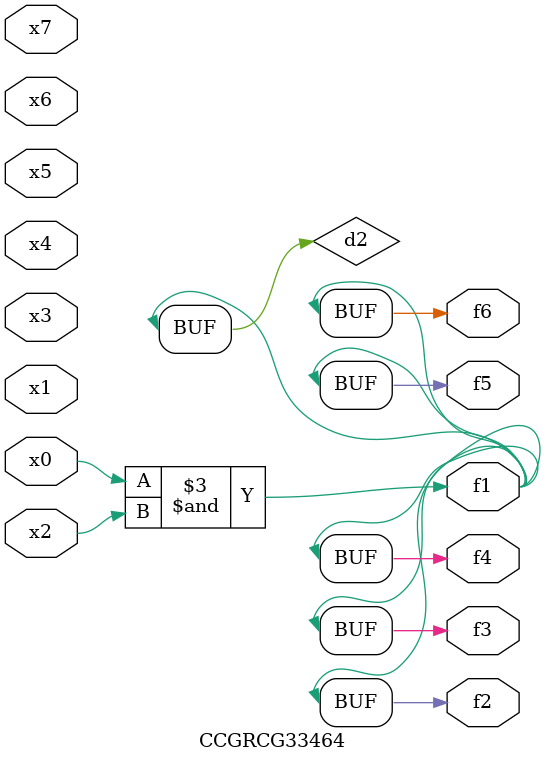
<source format=v>
module CCGRCG33464(
	input x0, x1, x2, x3, x4, x5, x6, x7,
	output f1, f2, f3, f4, f5, f6
);

	wire d1, d2;

	nor (d1, x3, x6);
	and (d2, x0, x2);
	assign f1 = d2;
	assign f2 = d2;
	assign f3 = d2;
	assign f4 = d2;
	assign f5 = d2;
	assign f6 = d2;
endmodule

</source>
